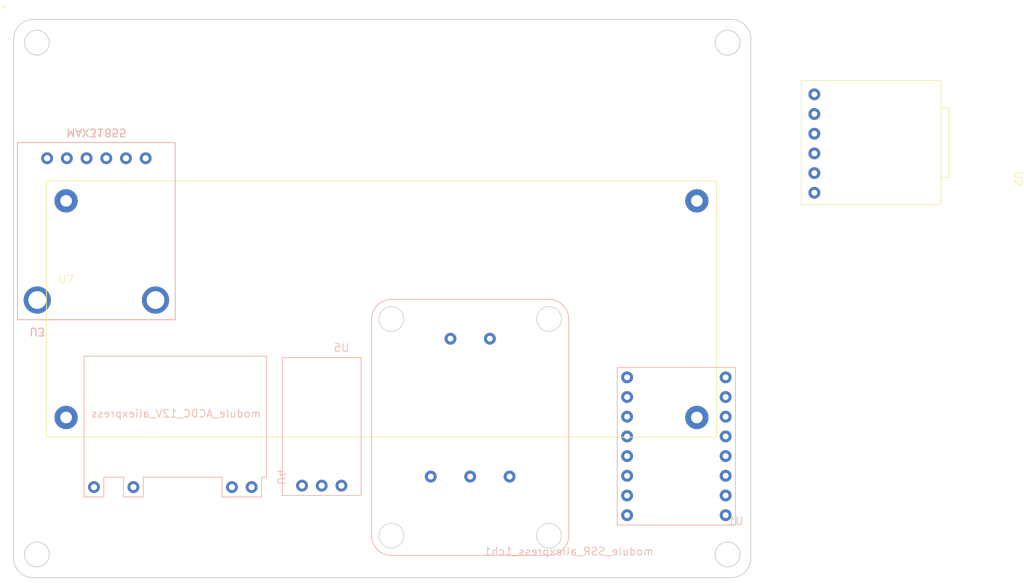
<source format=kicad_pcb>
(kicad_pcb (version 20221018) (generator pcbnew)
  (layers (0 "F.Cu" signal) (31 "B.Cu" signal) (34 "B.Paste" user) (35 "F.Paste" user) (36 "B.SilkS" user "B.Silkscreen") (37 "F.SilkS" user "F.Silkscreen") (38 "B.Mask" user) (39 "F.Mask" user) (44 "Edge.Cuts" user))
  (net 0 "")
  (net 2 "+5V")
  (net 4 "GND")
  (net 5 "SSR")
  (net 6 "Net-(J2-Pin_1)")
  (net 7 "AC{slash}N")
  (net 13 "TXD")
  (net 14 "RXD")
  (net 15 "SCL")
  (net 16 "SDA")
  (net 17 "CLK")
  (net 18 "CS")
  (net 19 "DO")
  (net 22 "AC{slash}L")
  (net 23 "+12V")
  (footprint "MYLIB:module_LCD_1602_I2C_aliexpress" (layer "F.Cu") (at 68.58 78.74)
    (fp_text reference "U7" (at 2.54 -20.32 unlocked) (layer "F.SilkS") (effects (font (thickness 0.1))))
    (fp_text value "module_LCD_I2C")
    (fp_rect (start 0 0) (end 86.36 -33.02) (stroke (width 0.1)) (fill none) (layer "F.SilkS"))
    (pad "" thru_hole circle (at 2.54 -30.48) (size 3 3) (drill 1.5) (layers "*.Cu" "*.Mask"))
    (pad "" thru_hole circle (at 2.54 -2.54) (size 3 3) (drill 1.5) (layers "*.Cu" "*.Mask"))
    (pad "" thru_hole circle (at 83.82 -30.48) (size 3 3) (drill 1.5) (layers "*.Cu" "*.Mask"))
    (pad "" thru_hole circle (at 83.82 -2.54) (size 3 3) (drill 1.5) (layers "*.Cu" "*.Mask"))
  )
  (footprint "MYLIB:akizuki_B" (layer "F.Cu") (at 64.355 96.865)
    (fp_text reference "~" (at -1.27 -73.66) (layer "F.SilkS"))
    (fp_text value "akizuki_B")
    (fp_line (start 0 -2.54) (end 0 -69.46) (stroke (width 0.12)) (layer "Edge.Cuts"))
    (fp_line (start 2.54 -72) (end 92.46 -72) (stroke (width 0.12)) (layer "Edge.Cuts"))
    (fp_line (start 2.54 0) (end 92.46 0) (stroke (width 0.12)) (layer "Edge.Cuts"))
    (fp_line (start 95 -2.54) (end 95 -69.46) (stroke (width 0.12)) (layer "Edge.Cuts"))
    (fp_arc (start 0 -69.46) (mid 0.743949 -71.256051) (end 2.54 -72) (stroke (width 0.12)) (layer "Edge.Cuts"))
    (fp_arc (start 2.54 0) (mid 0.743949 -0.743949) (end 0 -2.54) (stroke (width 0.12)) (layer "Edge.Cuts"))
    (fp_arc (start 92.46 -72) (mid 94.256051 -71.256051) (end 95 -69.46) (stroke (width 0.12)) (layer "Edge.Cuts"))
    (fp_arc (start 95 -2.54) (mid 94.256051 -0.743949) (end 92.46 0) (stroke (width 0.12)) (layer "Edge.Cuts"))
    (fp_circle (center 3 -69) (end 4.6 -69) (stroke (width 0.12)) (fill none) (layer "Edge.Cuts"))
    (fp_circle (center 3 -3) (end 4.6 -3) (stroke (width 0.12)) (fill none) (layer "Edge.Cuts"))
    (fp_circle (center 92 -69) (end 93.6 -69) (stroke (width 0.12)) (fill none) (layer "Edge.Cuts"))
    (fp_circle (center 92 -3) (end 93.6 -3) (stroke (width 0.12)) (fill none) (layer "Edge.Cuts"))
  )
  (footprint "MYLIB:module_CH340E" (layer "F.Cu") (at 165.86 32.74 -90)
    (fp_text reference "U2" (at 12.7 -27.94 -90 unlocked) (layer "F.SilkS") (effects (font (thickness 0.1))))
    (fp_text value "module_CH340E")
    (fp_line (start 3.5 -19) (end 3.5 -18) (stroke (width 0.1)) (layer "F.SilkS"))
    (fp_line (start 12.5 -19) (end 12.5 -18) (stroke (width 0.1)) (layer "F.SilkS"))
    (fp_rect (start 0 -18) (end 16 0) (stroke (width 0.1)) (fill none) (layer "F.SilkS"))
    (fp_rect (start 3.5 -19) (end 12.5 -19) (stroke (width 0.1)) (fill none) (layer "F.SilkS"))
    (pad "1" thru_hole circle (at 1.78 -1.68 270) (size 1.524 1.524) (drill 0.762) (layers "*.Cu" "*.Mask") (net 4 "GND"))
    (pad "2" thru_hole circle (at 4.32 -1.68 270) (size 1.524 1.524) (drill 0.762) (layers "*.Cu" "*.Mask") (net 2 "+5V"))
    (pad "3" thru_hole circle (at 6.86 -1.68 270) (size 1.524 1.524) (drill 0.762) (layers "*.Cu" "*.Mask") (net 13 "TXD"))
    (pad "4" thru_hole circle (at 9.4 -1.68 270) (size 1.524 1.524) (drill 0.762) (layers "*.Cu" "*.Mask") (net 14 "RXD"))
    (pad "5" thru_hole circle (at 11.94 -1.68 270) (size 1.524 1.524) (drill 0.762) (layers "*.Cu" "*.Mask"))
    (pad "6" thru_hole circle (at 14.48 -1.68 270) (size 1.524 1.524) (drill 0.762) (layers "*.Cu" "*.Mask"))
  )
  (footprint "MYLIB:module_ACDC_12V_aliexpress" (layer "B.Cu") (at 73.4415 86.4475 90)
    (fp_text reference "U4" (at 2.54 25.4 270 unlocked) (layer "B.SilkS") (effects (font (thickness 0.1)) (justify mirror)))
    (fp_text value "module_ACDC_12V_aliexpress")
    (fp_text user "module_ACDC_12V_aliexpress" (at 10.16 22.86 unlocked) (layer "B.SilkS") (effects (font (thickness 0.1)) (justify left bottom mirror)))
    (fp_line (start 0 0) (end 18.155 0) (stroke (width 0.1)) (layer "B.SilkS"))
    (fp_line (start 0 2.54) (end 0 0) (stroke (width 0.1)) (layer "B.SilkS"))
    (fp_line (start 0 5.08) (end 2.54 5.08) (stroke (width 0.1)) (layer "B.SilkS"))
    (fp_line (start 0 7.62) (end 0 5.08) (stroke (width 0.1)) (layer "B.SilkS"))
    (fp_line (start 0 17.78) (end 0 22.86) (stroke (width 0.1)) (layer "B.SilkS"))
    (fp_line (start 0 17.78) (end 2.54 17.78) (stroke (width 0.1)) (layer "B.SilkS"))
    (fp_line (start 0 22.86) (end 2.54 22.86) (stroke (width 0.1)) (layer "B.SilkS"))
    (fp_line (start 2.54 2.54) (end 0 2.54) (stroke (width 0.1)) (layer "B.SilkS"))
    (fp_line (start 2.54 5.08) (end 2.54 2.54) (stroke (width 0.1)) (layer "B.SilkS"))
    (fp_line (start 2.54 7.62) (end 0 7.62) (stroke (width 0.1)) (layer "B.SilkS"))
    (fp_line (start 2.54 17.78) (end 2.54 7.62) (stroke (width 0.1)) (layer "B.SilkS"))
    (fp_line (start 2.54 22.86) (end 2.54 23.497) (stroke (width 0.1)) (layer "B.SilkS"))
    (fp_line (start 2.54 23.497) (end 18.155 23.497) (stroke (width 0.1)) (layer "B.SilkS"))
    (fp_line (start 18.155 23.497) (end 18.155 0) (stroke (width 0.1)) (layer "B.SilkS"))
    (pad "1" thru_hole circle (at 1.27 1.27 90) (size 1.524 1.524) (drill 0.8) (layers "*.Cu" "*.Mask") (net 22 "AC{slash}L"))
    (pad "2" thru_hole circle (at 1.27 6.35 90) (size 1.524 1.524) (drill 0.8) (layers "*.Cu" "*.Mask") (net 7 "AC{slash}N"))
    (pad "3" thru_hole circle (at 1.27 21.59 90) (size 1.524 1.524) (drill 0.8) (layers "*.Cu" "*.Mask") (net 23 "+12V"))
    (pad "4" thru_hole circle (at 1.27 19.05 90) (size 1.524 1.524) (drill 0.8) (layers "*.Cu" "*.Mask") (net 4 "GND"))
  )
  (footprint "MYLIB:module_DCDC_12V_aliexpress" (layer "B.Cu") (at 109.14 86.26 180)
    (fp_text reference "U5" (at 2.54 19.05 unlocked) (layer "B.SilkS") (effects (font (thickness 0.1)) (justify mirror)))
    (fp_text value "module_DCDC_5V_aliexpress")
    (fp_line (start 0 0) (end 10.2 0) (stroke (width 0.1)) (layer "B.SilkS"))
    (fp_line (start 0 17.78) (end 0 0) (stroke (width 0.1)) (layer "B.SilkS"))
    (fp_line (start 10.16 0) (end 10.16 17.78) (stroke (width 0.1)) (layer "B.SilkS"))
    (fp_line (start 10.16 17.78) (end 0 17.78) (stroke (width 0.1)) (layer "B.SilkS"))
    (pad "1" thru_hole circle (at 2.54 1.27 180) (size 1.524 1.524) (drill 0.8) (layers "*.Cu" "*.Mask") (net 23 "+12V"))
    (pad "2" thru_hole circle (at 5.08 1.27 180) (size 1.524 1.524) (drill 0.8) (layers "*.Cu" "*.Mask") (net 4 "GND"))
    (pad "3" thru_hole circle (at 7.62 1.27 180) (size 1.524 1.524) (drill 0.8) (layers "*.Cu" "*.Mask") (net 2 "+5V"))
  )
  (footprint "MYLIB:module_ATTINYxxx4" (layer "B.Cu") (at 157.38 90.07 180)
    (fp_text reference "U1" (at 0 0.5 unlocked) (layer "B.SilkS") (effects (font (thickness 0.1)) (justify mirror)))
    (fp_text value "ATTINYx14")
    (fp_rect (start 0 0) (end 15.24 20.32) (stroke (width 0.1)) (fill none) (layer "B.SilkS"))
    (pad "" thru_hole circle (at 1.27 1.27 180) (size 1.524 1.524) (drill 0.762) (layers "*.Mask"))
    (pad "" thru_hole circle (at 13.97 1.27 180) (size 1.524 1.524) (drill 0.762) (layers "*.Mask"))
    (pad "1" thru_hole circle (at 1.27 19.05 180) (size 1.524 1.524) (drill 0.762) (layers "*.Cu" "*.Mask") (net 2 "+5V"))
    (pad "2" thru_hole circle (at 1.27 16.51 180) (size 1.524 1.524) (drill 0.762) (layers "*.Cu" "*.Mask"))
    (pad "3" thru_hole circle (at 1.27 13.97 180) (size 1.524 1.524) (drill 0.762) (layers "*.Cu" "*.Mask"))
    (pad "4" thru_hole circle (at 1.27 11.43 180) (size 1.524 1.524) (drill 0.762) (layers "*.Cu" "*.Mask"))
    (pad "5" thru_hole circle (at 1.27 8.89 180) (size 1.524 1.524) (drill 0.762) (layers "*.Cu" "*.Mask"))
    (pad "6" thru_hole circle (at 1.27 6.35 180) (size 1.524 1.524) (drill 0.762) (layers "*.Cu" "*.Mask") (net 13 "TXD"))
    (pad "7" thru_hole circle (at 1.27 3.81 180) (size 1.524 1.524) (drill 0.762) (layers "*.Cu" "*.Mask") (net 14 "RXD"))
    (pad "8" thru_hole circle (at 13.97 3.81 180) (size 1.524 1.524) (drill 0.762) (layers "*.Cu" "*.Mask") (net 15 "SCL"))
    (pad "9" thru_hole circle (at 13.97 6.35 180) (size 1.524 1.524) (drill 0.762) (layers "*.Cu" "*.Mask") (net 16 "SDA"))
    (pad "10" thru_hole circle (at 13.97 8.89 180) (size 1.524 1.524) (drill 0.762) (layers "*.Cu" "*.Mask") (net 5 "SSR"))
    (pad "11" thru_hole circle (at 13.97 11.43 180) (size 1.524 1.524) (drill 0.762) (layers "*.Cu" "*.Mask") (net 17 "CLK"))
    (pad "12" thru_hole circle (at 13.97 13.97 180) (size 1.524 1.524) (drill 0.762) (layers "*.Cu" "*.Mask") (net 18 "CS"))
    (pad "13" thru_hole circle (at 13.97 16.51 180) (size 1.524 1.524) (drill 0.762) (layers "*.Cu" "*.Mask") (net 19 "DO"))
    (pad "14" thru_hole circle (at 13.97 19.05 180) (size 1.524 1.524) (drill 0.762) (layers "*.Cu" "*.Mask") (net 4 "GND"))
  )
  (footprint "MYLIB:module_SSR_aliexpress_1ch_0_1" (layer "B.Cu") (at 135.89 93.98 180)
    (fp_text reference "module_SSR_aliexpress_1ch1" (at 0 0.5 unlocked) (layer "B.SilkS") (effects (font (thickness 0.1)) (justify mirror)))
    (fp_text value "~")
    (fp_line (start 0 30.48) (end 0 2.54) (stroke (width 0.1)) (layer "B.SilkS"))
    (fp_line (start 22.86 0) (end 2.54 0) (stroke (width 0.1)) (layer "B.SilkS"))
    (fp_line (start 22.86 33.02) (end 2.54 33.02) (stroke (width 0.1)) (layer "B.SilkS"))
    (fp_line (start 25.4 30.48) (end 25.4 2.54) (stroke (width 0.1)) (layer "B.SilkS"))
    (fp_arc (start 0 2.54) (mid 0.743949 0.743949) (end 2.54 0) (stroke (width 0.1)) (layer "B.SilkS"))
    (fp_arc (start 2.54 33.02) (mid 0.743949 32.276051) (end 0 30.48) (stroke (width 0.1)) (layer "B.SilkS"))
    (fp_arc (start 22.86 0) (mid 24.656051 0.743949) (end 25.4 2.54) (stroke (width 0.1)) (layer "B.SilkS"))
    (fp_arc (start 25.4 30.48) (mid 24.656051 32.276051) (end 22.86 33.02) (stroke (width 0.1)) (layer "B.SilkS"))
    (fp_circle (center 2.54 2.54) (end 4.14 2.54) (stroke (width 0.1)) (fill none) (layer "Edge.Cuts"))
    (fp_circle (center 2.54 30.48) (end 4.14 30.48) (stroke (width 0.1)) (fill none) (layer "Edge.Cuts"))
    (fp_circle (center 22.86 2.54) (end 24.46 2.54) (stroke (width 0.1)) (fill none) (layer "Edge.Cuts"))
    (fp_circle (center 22.86 30.48) (end 24.46 30.48) (stroke (width 0.1)) (fill none) (layer "Edge.Cuts"))
    (pad "1" thru_hole circle (at 7.62 10.16 180) (size 1.524 1.524) (drill 0.762) (layers "*.Cu" "*.Mask") (net 2 "+5V"))
    (pad "2" thru_hole circle (at 12.7 10.16 180) (size 1.524 1.524) (drill 0.762) (layers "*.Cu" "*.Mask") (net 4 "GND"))
    (pad "3" thru_hole circle (at 17.78 10.16 180) (size 1.524 1.524) (drill 0.762) (layers "*.Cu" "*.Mask") (net 5 "SSR"))
    (pad "4" thru_hole circle (at 10.16 27.94 180) (size 1.524 1.524) (drill 0.762) (layers "*.Cu" "*.Mask") (net 6 "Net-(J2-Pin_1)"))
    (pad "5" thru_hole circle (at 15.24 27.94 180) (size 1.524 1.524) (drill 0.762) (layers "*.Cu" "*.Mask") (net 7 "AC{slash}N"))
  )
  (footprint "MYLIB:module_ADA_MAX31855" (layer "B.Cu") (at 64.865 40.735)
    (fp_text reference "U3" (at 2.54 24.4 180 unlocked) (layer "B.SilkS") (effects (justify mirror)))
    (fp_text value "module_ADA_MAX31855")
    (fp_text user "MAX31855" (at 10.16 -1.27 180 unlocked) (layer "B.SilkS") (effects (justify mirror)))
    (fp_rect (start 0 22.86) (end 20.32 0) (stroke (width 0.12)) (fill none) (layer "B.SilkS"))
    (pad "1" thru_hole circle (at 3.81 2.03) (size 1.524 1.524) (drill 0.8) (layers "*.Cu" "*.Mask") (net 2 "+5V"))
    (pad "2" thru_hole circle (at 6.35 2.03) (size 1.524 1.524) (drill 0.8) (layers "*.Cu" "*.Mask"))
    (pad "3" thru_hole circle (at 8.89 2.03) (size 1.524 1.524) (drill 0.8) (layers "*.Cu" "*.Mask") (net 4 "GND"))
    (pad "4" thru_hole circle (at 11.43 2.03) (size 1.524 1.524) (drill 0.8) (layers "*.Cu" "*.Mask") (net 19 "DO"))
    (pad "5" thru_hole circle (at 13.97 2.03) (size 1.524 1.524) (drill 0.8) (layers "*.Cu" "*.Mask") (net 18 "CS"))
    (pad "6" thru_hole circle (at 16.51 2.03) (size 1.524 1.524) (drill 0.8) (layers "*.Cu" "*.Mask") (net 17 "CLK"))
    (pad "7" thru_hole circle (at 2.54 20.32) (size 3.5 3.5) (drill 2.29) (layers "*.Cu" "*.Mask"))
    (pad "8" thru_hole circle (at 17.78 20.32) (size 3.5 3.5) (drill 2.29) (layers "*.Cu" "*.Mask"))
  )
)
</source>
